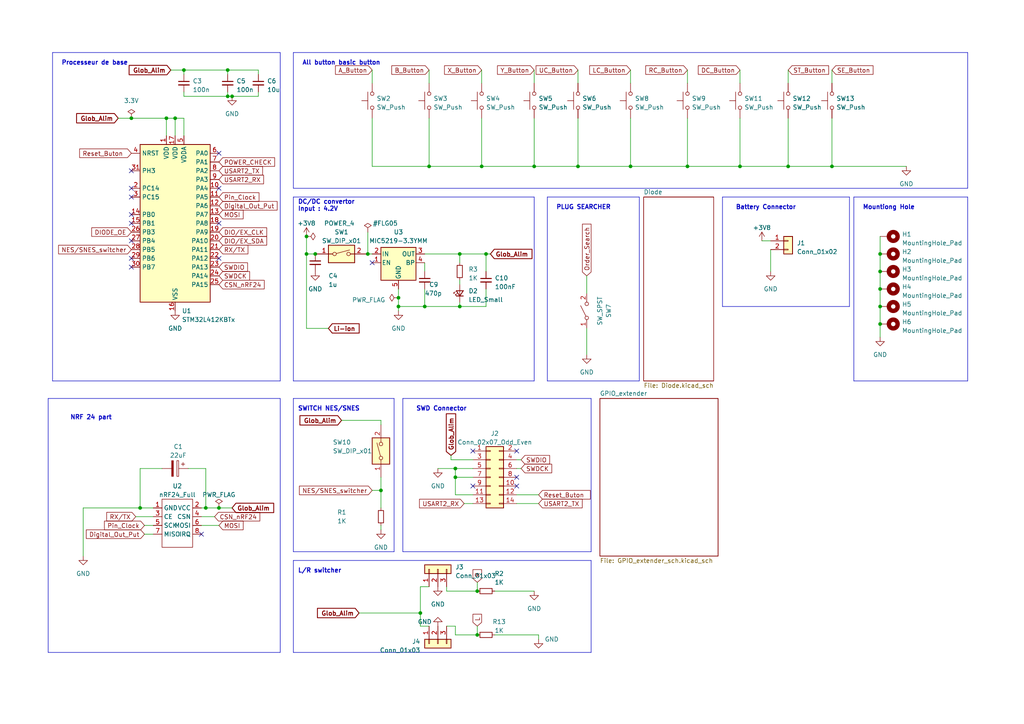
<source format=kicad_sch>
(kicad_sch (version 20230121) (generator eeschema)
  (paper "A4")
  (lib_symbols
    (symbol "Antenna_nRF24_2_4GHz:nRF24_FULL"
      (property "Reference" "U" (at 0 0 0))
      (property "Value" "nRF24_Full" (at 0 0 0))
      (symbol "nRF24_FULL_0_1"
        (rectangle (start -1.27 -1.27) (end 7.62 -15.24))
      )
      (symbol "nRF24_FULL_1_1"
        (pin power_in line (at -3.81 -3.81 0) (length 2.54) (name "GND") (number "1"))
        (pin power_in line (at 10.16 -3.81 180) (length 2.54) (name "VCC") (number "2"))
        (pin input line (at -3.81 -6.35 0) (length 2.54) (name "CE") (number "3"))
        (pin input line (at 10.16 -6.35 180) (length 2.54) (name "CSN") (number "4"))
        (pin input line (at -3.81 -8.89 0) (length 2.54) (name "SCK") (number "5"))
        (pin input line (at 10.16 -8.89 180) (length 2.54) (name "MOSI") (number "6"))
        (pin output line (at -3.81 -11.43 0) (length 2.54) (name "MISO") (number "7"))
        (pin input line (at 10.16 -11.43 180) (length 2.54) (name "IRQ") (number "8"))
      )
    )
    (symbol "Connector_Generic:Conn_01x02" (pin_names (offset 1.016) hide)
      (property "Reference" "J" (at 0 2.54 0))
      (property "Value" "Conn_01x02" (at 0 -5.08 0))
      (symbol "Conn_01x02_1_1"
        (rectangle (start -1.27 -2.413) (end 0 -2.667) (stroke (width 0.1524)))
        (rectangle (start -1.27 0.127) (end 0 -0.127) (stroke (width 0.1524)))
        (rectangle (start -1.27 1.27) (end 1.27 -3.81) (stroke (width 0.254)) (fill (type background)))
        (pin passive line (at -5.08 0 0) (length 3.81) (name "Pin_1") (number "1"))
        (pin passive line (at -5.08 -2.54 0) (length 3.81) (name "Pin_2") (number "2"))
      )
    )
    (symbol "Connector_Generic:Conn_01x03" (pin_names (offset 1.016) hide)
      (property "Reference" "J" (at 0 5.08 0))
      (property "Value" "Conn_01x03" (at 0 -5.08 0))
      (symbol "Conn_01x03_1_1"
        (rectangle (start -1.27 -2.413) (end 0 -2.667) (stroke (width 0.1524)))
        (rectangle (start -1.27 0.127) (end 0 -0.127) (stroke (width 0.1524)))
        (rectangle (start -1.27 2.667) (end 0 2.413) (stroke (width 0.1524)))
        (rectangle (start -1.27 3.81) (end 1.27 -3.81) (stroke (width 0.254)) (fill (type background)))
        (pin passive line (at -5.08 2.54 0) (length 3.81) (name "Pin_1") (number "1"))
        (pin passive line (at -5.08 0 0) (length 3.81) (name "Pin_2") (number "2"))
        (pin passive line (at -5.08 -2.54 0) (length 3.81) (name "Pin_3") (number "3"))
      )
    )
    (symbol "Connector_Generic:Conn_02x07_Odd_Even" (pin_names (offset 1.016) hide)
      (property "Reference" "J" (at 1.27 10.16 0))
      (property "Value" "Conn_02x07_Odd_Even" (at 1.27 -10.16 0))
      (symbol "Conn_02x07_Odd_Even_1_1"
        (rectangle (start -1.27 -7.493) (end 0 -7.747) (stroke (width 0.1524)))
        (rectangle (start -1.27 -4.953) (end 0 -5.207) (stroke (width 0.1524)))
        (rectangle (start -1.27 -2.413) (end 0 -2.667) (stroke (width 0.1524)))
        (rectangle (start -1.27 0.127) (end 0 -0.127) (stroke (width 0.1524)))
        (rectangle (start -1.27 2.667) (end 0 2.413) (stroke (width 0.1524)))
        (rectangle (start -1.27 5.207) (end 0 4.953) (stroke (width 0.1524)))
        (rectangle (start -1.27 7.747) (end 0 7.493) (stroke (width 0.1524)))
        (rectangle (start -1.27 8.89) (end 3.81 -8.89) (stroke (width 0.254)) (fill (type background)))
        (rectangle (start 3.81 -7.493) (end 2.54 -7.747) (stroke (width 0.1524)))
        (rectangle (start 3.81 -4.953) (end 2.54 -5.207) (stroke (width 0.1524)))
        (rectangle (start 3.81 -2.413) (end 2.54 -2.667) (stroke (width 0.1524)))
        (rectangle (start 3.81 0.127) (end 2.54 -0.127) (stroke (width 0.1524)))
        (rectangle (start 3.81 2.667) (end 2.54 2.413) (stroke (width 0.1524)))
        (rectangle (start 3.81 5.207) (end 2.54 4.953) (stroke (width 0.1524)))
        (rectangle (start 3.81 7.747) (end 2.54 7.493) (stroke (width 0.1524)))
        (pin passive line (at -5.08 7.62 0) (length 3.81) (name "Pin_1") (number "1"))
        (pin passive line (at 7.62 -2.54 180) (length 3.81) (name "Pin_10") (number "10"))
        (pin passive line (at -5.08 -5.08 0) (length 3.81) (name "Pin_11") (number "11"))
        (pin passive line (at 7.62 -5.08 180) (length 3.81) (name "Pin_12") (number "12"))
        (pin passive line (at -5.08 -7.62 0) (length 3.81) (name "Pin_13") (number "13"))
        (pin passive line (at 7.62 -7.62 180) (length 3.81) (name "Pin_14") (number "14"))
        (pin passive line (at 7.62 7.62 180) (length 3.81) (name "Pin_2") (number "2"))
        (pin passive line (at -5.08 5.08 0) (length 3.81) (name "Pin_3") (number "3"))
        (pin passive line (at 7.62 5.08 180) (length 3.81) (name "Pin_4") (number "4"))
        (pin passive line (at -5.08 2.54 0) (length 3.81) (name "Pin_5") (number "5"))
        (pin passive line (at 7.62 2.54 180) (length 3.81) (name "Pin_6") (number "6"))
        (pin passive line (at -5.08 0 0) (length 3.81) (name "Pin_7") (number "7"))
        (pin passive line (at 7.62 0 180) (length 3.81) (name "Pin_8") (number "8"))
        (pin passive line (at -5.08 -2.54 0) (length 3.81) (name "Pin_9") (number "9"))
      )
    )
    (symbol "Device:C_Polarized" (pin_numbers hide) (pin_names (offset 0.254))
      (property "Reference" "C" (at 0.635 2.54 0))
      (property "Value" "C_Polarized" (at 0.635 -2.54 0))
      (symbol "C_Polarized_0_1"
        (rectangle (start -2.286 0.508) (end 2.286 1.016))
        (polyline (pts (xy -1.778 2.286) (xy -0.762 2.286)))
        (polyline (pts (xy -1.27 2.794) (xy -1.27 1.778)))
        (rectangle (start 2.286 -0.508) (end -2.286 -1.016) (fill (type outline)))
      )
      (symbol "C_Polarized_1_1"
        (pin passive line (at 0 3.81 270) (length 2.794) (name "~") (number "1"))
        (pin passive line (at 0 -3.81 90) (length 2.794) (name "~") (number "2"))
      )
    )
    (symbol "Device:C_Small" (pin_numbers hide) (pin_names (offset 0.254) hide)
      (property "Reference" "C" (at 0.254 1.778 0))
      (property "Value" "C_Small" (at 0.254 -2.032 0))
      (symbol "C_Small_0_1"
        (polyline (pts (xy -1.524 -0.508) (xy 1.524 -0.508)) (stroke (width 0.3302)))
        (polyline (pts (xy -1.524 0.508) (xy 1.524 0.508)) (stroke (width 0.3048)))
      )
      (symbol "C_Small_1_1"
        (pin passive line (at 0 2.54 270) (length 2.032) (name "~") (number "1"))
        (pin passive line (at 0 -2.54 90) (length 2.032) (name "~") (number "2"))
      )
    )
    (symbol "Device:LED_Small" (pin_numbers hide) (pin_names (offset 0.254) hide)
      (property "Reference" "D" (at -1.27 3.175 0))
      (property "Value" "LED_Small" (at -4.445 -2.54 0))
      (symbol "LED_Small_0_1"
        (polyline (pts (xy -0.762 -1.016) (xy -0.762 1.016)) (stroke (width 0.254)))
        (polyline (pts (xy 1.016 0) (xy -0.762 0)))
        (polyline (pts (xy 0.762 -1.016) (xy -0.762 0) (xy 0.762 1.016) (xy 0.762 -1.016)) (stroke (width 0.254)))
        (polyline (pts (xy 0 0.762) (xy -0.508 1.27) (xy -0.254 1.27) (xy -0.508 1.27) (xy -0.508 1.016)))
        (polyline (pts (xy 0.508 1.27) (xy 0 1.778) (xy 0.254 1.778) (xy 0 1.778) (xy 0 1.524)))
      )
      (symbol "LED_Small_1_1"
        (pin passive line (at -2.54 0 0) (length 1.778) (name "K") (number "1"))
        (pin passive line (at 2.54 0 180) (length 1.778) (name "A") (number "2"))
      )
    )
    (symbol "Device:R_Small" (pin_numbers hide) (pin_names (offset 0.254) hide)
      (property "Reference" "R" (at 0.762 0.508 0))
      (property "Value" "R_Small" (at 0.762 -1.016 0))
      (symbol "R_Small_0_1"
        (rectangle (start -0.762 1.778) (end 0.762 -1.778) (stroke (width 0.2032)))
      )
      (symbol "R_Small_1_1"
        (pin passive line (at 0 2.54 270) (length 0.762) (name "~") (number "1"))
        (pin passive line (at 0 -2.54 90) (length 0.762) (name "~") (number "2"))
      )
    )
    (symbol "MCU_ST_STM32L4:STM32L412KBTx"
      (property "Reference" "U" (at -10.16 24.13 0))
      (property "Value" "STM32L412KBTx" (at 5.08 24.13 0))
      (symbol "STM32L412KBTx_0_1"
        (rectangle (start -10.16 -22.86) (end 10.16 22.86) (stroke (width 0.254)) (fill (type background)))
      )
      (symbol "STM32L412KBTx_1_1"
        (pin power_in line (at -2.54 25.4 270) (length 2.54) (name "VDD") (number "1"))
        (pin bidirectional line (at 12.7 10.16 180) (length 2.54) (name "PA4") (number "10"))
        (pin bidirectional line (at 12.7 7.62 180) (length 2.54) (name "PA5") (number "11"))
        (pin bidirectional line (at 12.7 5.08 180) (length 2.54) (name "PA6") (number "12"))
        (pin bidirectional line (at 12.7 2.54 180) (length 2.54) (name "PA7") (number "13"))
        (pin bidirectional line (at -12.7 2.54 0) (length 2.54) (name "PB0") (number "14"))
        (pin bidirectional line (at -12.7 0 0) (length 2.54) (name "PB1") (number "15"))
        (pin power_in line (at 0 -25.4 90) (length 2.54) (name "VSS") (number "16"))
        (pin power_in line (at 0 25.4 270) (length 2.54) (name "VDD") (number "17"))
        (pin bidirectional line (at 12.7 0 180) (length 2.54) (name "PA8") (number "18"))
        (pin bidirectional line (at 12.7 -2.54 180) (length 2.54) (name "PA9") (number "19"))
        (pin bidirectional line (at -12.7 10.16 0) (length 2.54) (name "PC14") (number "2"))
        (pin bidirectional line (at 12.7 -5.08 180) (length 2.54) (name "PA10") (number "20"))
        (pin bidirectional line (at 12.7 -7.62 180) (length 2.54) (name "PA11") (number "21"))
        (pin bidirectional line (at 12.7 -10.16 180) (length 2.54) (name "PA12") (number "22"))
        (pin bidirectional line (at 12.7 -12.7 180) (length 2.54) (name "PA13") (number "23"))
        (pin bidirectional line (at 12.7 -15.24 180) (length 2.54) (name "PA14") (number "24"))
        (pin bidirectional line (at 12.7 -17.78 180) (length 2.54) (name "PA15") (number "25"))
        (pin bidirectional line (at -12.7 -2.54 0) (length 2.54) (name "PB3") (number "26"))
        (pin bidirectional line (at -12.7 -5.08 0) (length 2.54) (name "PB4") (number "27"))
        (pin bidirectional line (at -12.7 -7.62 0) (length 2.54) (name "PB5") (number "28"))
        (pin bidirectional line (at -12.7 -10.16 0) (length 2.54) (name "PB6") (number "29"))
        (pin bidirectional line (at -12.7 7.62 0) (length 2.54) (name "PC15") (number "3"))
        (pin bidirectional line (at -12.7 -12.7 0) (length 2.54) (name "PB7") (number "30"))
        (pin bidirectional line (at -12.7 15.24 0) (length 2.54) (name "PH3") (number "31"))
        (pin passive line (at 0 -25.4 90) (length 2.54) hide (name "VSS") (number "32"))
        (pin input line (at -12.7 20.32 0) (length 2.54) (name "NRST") (number "4"))
        (pin power_in line (at 2.54 25.4 270) (length 2.54) (name "VDDA") (number "5"))
        (pin bidirectional line (at 12.7 20.32 180) (length 2.54) (name "PA0") (number "6"))
        (pin bidirectional line (at 12.7 17.78 180) (length 2.54) (name "PA1") (number "7"))
        (pin bidirectional line (at 12.7 15.24 180) (length 2.54) (name "PA2") (number "8"))
        (pin bidirectional line (at 12.7 12.7 180) (length 2.54) (name "PA3") (number "9"))
      )
    )
    (symbol "Mechanical:MountingHole_Pad" (pin_numbers hide) (pin_names (offset 1.016) hide)
      (property "Reference" "H" (at 0 6.35 0))
      (property "Value" "MountingHole_Pad" (at 0 4.445 0))
      (symbol "MountingHole_Pad_0_1"
        (circle (center 0 1.27) (radius 1.27) (stroke (width 1.27)))
      )
      (symbol "MountingHole_Pad_1_1"
        (pin input line (at 0 -2.54 90) (length 2.54) (name "1") (number "1"))
      )
    )
    (symbol "Regulator_Linear:MIC5219-3.3YMM" (pin_names (offset 0.254))
      (property "Reference" "U" (at -3.81 5.715 0))
      (property "Value" "MIC5219-3.3YMM" (at 0 5.715 0))
      (symbol "MIC5219-3.3YMM_0_1"
        (rectangle (start -5.08 4.445) (end 5.08 -5.08) (stroke (width 0.254)) (fill (type background)))
      )
      (symbol "MIC5219-3.3YMM_1_1"
        (pin input line (at -7.62 0 0) (length 2.54) (name "EN") (number "1"))
        (pin power_in line (at -7.62 2.54 0) (length 2.54) (name "IN") (number "2"))
        (pin power_out line (at 7.62 2.54 180) (length 2.54) (name "OUT") (number "3"))
        (pin input line (at 7.62 0 180) (length 2.54) (name "BP") (number "4"))
        (pin power_in line (at 0 -7.62 90) (length 2.54) (name "GND") (number "5"))
        (pin passive line (at 0 -7.62 90) (length 2.54) hide (name "GND") (number "6"))
        (pin passive line (at 0 -7.62 90) (length 2.54) hide (name "GND") (number "7"))
        (pin passive line (at 0 -7.62 90) (length 2.54) hide (name "GND") (number "8"))
      )
    )
    (symbol "Switch:SW_DIP_x01" (pin_names (offset 0) hide)
      (property "Reference" "SW" (at 0 3.81 0))
      (property "Value" "SW_DIP_x01" (at 0 -3.81 0))
      (symbol "SW_DIP_x01_0_0"
        (circle (center -2.032 0) (radius 0.508))
        (polyline (pts (xy -1.524 0.127) (xy 2.3622 1.1684)))
        (circle (center 2.032 0) (radius 0.508))
      )
      (symbol "SW_DIP_x01_0_1"
        (rectangle (start -3.81 2.54) (end 3.81 -2.54) (stroke (width 0.254)) (fill (type background)))
      )
      (symbol "SW_DIP_x01_1_1"
        (pin passive line (at -7.62 0 0) (length 5.08) (name "~") (number "1"))
        (pin passive line (at 7.62 0 180) (length 5.08) (name "~") (number "2"))
      )
    )
    (symbol "Switch:SW_Push" (pin_numbers hide) (pin_names (offset 1.016) hide)
      (property "Reference" "SW" (at 1.27 2.54 0))
      (property "Value" "SW_Push" (at 0 -1.524 0))
      (symbol "SW_Push_0_1"
        (circle (center -2.032 0) (radius 0.508))
        (polyline (pts (xy 0 1.27) (xy 0 3.048)))
        (polyline (pts (xy 2.54 1.27) (xy -2.54 1.27)))
        (circle (center 2.032 0) (radius 0.508))
        (pin passive line (at -5.08 0 0) (length 2.54) (name "1") (number "1"))
        (pin passive line (at 5.08 0 180) (length 2.54) (name "2") (number "2"))
      )
    )
    (symbol "Switch:SW_SPST" (pin_names (offset 0) hide)
      (property "Reference" "SW" (at 0 3.175 0))
      (property "Value" "SW_SPST" (at 0 -2.54 0))
      (symbol "SW_SPST_0_0"
        (circle (center -2.032 0) (radius 0.508))
        (polyline (pts (xy -1.524 0.254) (xy 1.524 1.778)))
        (circle (center 2.032 0) (radius 0.508))
      )
      (symbol "SW_SPST_1_1"
        (pin passive line (at -5.08 0 0) (length 2.54) (name "A") (number "1"))
        (pin passive line (at 5.08 0 180) (length 2.54) (name "B") (number "2"))
      )
    )
    (symbol "power:+3V8" (power) (pin_names (offset 0))
      (property "Value" "+3V8" (at 0 3.556 0))
      (symbol "+3V8_0_1"
        (polyline (pts (xy -0.762 1.27) (xy 0 2.54)))
        (polyline (pts (xy 0 0) (xy 0 2.54)))
        (polyline (pts (xy 0 2.54) (xy 0.762 1.27)))
      )
      (symbol "+3V8_1_1"
        (pin power_in line (at 0 0 90) (length 0) hide (name "+3V8") (number "1"))
      )
    )
    (symbol "power:GND" (power) (pin_names (offset 0))
      (property "Value" "GND" (at 0 -3.81 0))
      (symbol "GND_0_1"
        (polyline (pts (xy 0 0) (xy 0 -1.27) (xy 1.27 -1.27) (xy 0 -2.54) (xy -1.27 -1.27) (xy 0 -1.27)))
      )
      (symbol "GND_1_1"
        (pin power_in line (at 0 0 270) (length 0) hide (name "GND") (number "1"))
      )
    )
    (symbol "power:PWR_FLAG" (power) (pin_numbers hide) (pin_names (offset 0) hide)
      (property "Value" "PWR_FLAG" (at 0 3.81 0))
      (symbol "PWR_FLAG_0_0"
        (pin power_out line (at 0 0 90) (length 0) (name "pwr") (number "1"))
      )
      (symbol "PWR_FLAG_0_1"
        (polyline (pts (xy 0 0) (xy 0 1.27) (xy -1.016 1.905) (xy 0 2.54) (xy 1.016 1.905) (xy 0 1.27)))
      )
    )
  )
  (junction (at 133.35 88.9))
  (junction (at 115.57 88.9))
  (junction (at 199.39 48.26))
  (junction (at 132.08 135.89))
  (junction (at 167.64 48.26))
  (junction (at 63.5 147.32))
  (junction (at 40.64 147.32))
  (junction (at 115.57 86.36))
  (junction (at 48.26 34.29))
  (junction (at 255.27 83.82))
  (junction (at 66.04 20.32))
  (junction (at 139.7 48.26))
  (junction (at 154.94 48.26))
  (junction (at 214.63 48.26))
  (junction (at 123.19 88.9))
  (junction (at 255.27 73.66))
  (junction (at 38.1 34.29))
  (junction (at 53.34 20.32))
  (junction (at 255.27 93.98))
  (junction (at 106.68 73.66))
  (junction (at 255.27 78.74))
  (junction (at 59.69 147.32))
  (junction (at 124.46 48.26))
  (junction (at 228.6 48.26))
  (junction (at 110.49 142.24))
  (junction (at 88.9 73.66))
  (junction (at 132.08 138.43))
  (junction (at 255.27 88.9))
  (junction (at 241.3 48.26))
  (junction (at 66.04 27.94))
  (junction (at 138.43 171.45))
  (junction (at 50.8 34.29))
  (junction (at 182.88 48.26))
  (junction (at 91.44 73.66))
  (junction (at 88.9 68.58))
  (junction (at 121.92 177.8))
  (junction (at 133.35 73.66))
  (junction (at 67.31 27.94))
  (junction (at 140.97 73.66))
  (junction (at 138.43 184.15))
  (no_connect (at 107.95 76.2))
  (no_connect (at 149.86 138.43))
  (no_connect (at 38.1 49.53))
  (no_connect (at 149.86 140.97))
  (no_connect (at 137.16 140.97))
  (no_connect (at 149.86 130.81))
  (no_connect (at 38.1 62.23))
  (no_connect (at 38.1 74.93))
  (no_connect (at 38.1 54.61))
  (no_connect (at 58.42 154.94))
  (no_connect (at 63.5 64.77))
  (no_connect (at 63.5 54.61))
  (no_connect (at 137.16 130.81))
  (no_connect (at 38.1 77.47))
  (no_connect (at 38.1 69.85))
  (no_connect (at 38.1 57.15))
  (no_connect (at 38.1 64.77))
  (no_connect (at 63.5 44.45))
  (no_connect (at 63.5 74.93))
  (polyline (pts (xy 15.24 110.49) (xy 81.28 110.49)))
  (wire (pts (xy 53.34 20.32) (xy 53.34 21.59)))
  (wire (pts (xy 139.7 48.26) (xy 124.46 48.26)))
  (polyline (pts (xy 280.67 54.61) (xy 280.67 15.24)))
  (wire (pts (xy 121.92 177.8) (xy 121.92 181.61)))
  (wire (pts (xy 170.18 80.01) (xy 170.18 85.09)))
  (wire (pts (xy 133.35 87.63) (xy 133.35 88.9)))
  (wire (pts (xy 138.43 168.91) (xy 138.43 171.45)))
  (wire (pts (xy 137.16 133.35) (xy 130.81 133.35)))
  (polyline (pts (xy 81.28 110.49) (xy 81.28 15.24)))
  (wire (pts (xy 228.6 34.29) (xy 228.6 48.26)))
  (wire (pts (xy 66.04 21.59) (xy 66.04 20.32)))
  (wire (pts (xy 255.27 93.98) (xy 255.27 97.79)))
  (wire (pts (xy 88.9 68.58) (xy 88.9 73.66)))
  (polyline (pts (xy 209.55 57.15) (xy 209.55 88.9)))
  (wire (pts (xy 133.35 73.66) (xy 133.35 76.2)))
  (polyline (pts (xy 13.97 115.57) (xy 81.28 115.57)))
  (wire (pts (xy 255.27 78.74) (xy 255.27 83.82)))
  (wire (pts (xy 241.3 20.32) (xy 241.3 24.13)))
  (wire (pts (xy 39.37 149.86) (xy 44.45 149.86)))
  (polyline (pts (xy 85.09 110.49) (xy 154.94 110.49)))
  (wire (pts (xy 67.31 147.32) (xy 63.5 147.32)))
  (wire (pts (xy 138.43 184.15) (xy 132.08 184.15)))
  (wire (pts (xy 40.64 147.32) (xy 44.45 147.32)))
  (wire (pts (xy 59.69 135.89) (xy 59.69 147.32)))
  (wire (pts (xy 255.27 73.66) (xy 255.27 78.74)))
  (wire (pts (xy 121.92 170.18) (xy 121.92 177.8)))
  (wire (pts (xy 54.61 135.89) (xy 59.69 135.89)))
  (wire (pts (xy 53.34 27.94) (xy 66.04 27.94)))
  (polyline (pts (xy 280.67 57.15) (xy 280.67 110.49)))
  (wire (pts (xy 74.93 26.67) (xy 74.93 27.94)))
  (polyline (pts (xy 85.09 57.15) (xy 154.94 57.15)))
  (polyline (pts (xy 116.84 160.02) (xy 171.45 160.02)))
  (polyline (pts (xy 81.28 189.23) (xy 13.97 189.23)))
  (wire (pts (xy 88.9 73.66) (xy 88.9 95.25)))
  (wire (pts (xy 63.5 152.4) (xy 58.42 152.4)))
  (wire (pts (xy 143.51 171.45) (xy 154.94 171.45)))
  (wire (pts (xy 154.94 48.26) (xy 139.7 48.26)))
  (polyline (pts (xy 247.65 57.15) (xy 247.65 110.49)))
  (wire (pts (xy 34.29 34.29) (xy 38.1 34.29)))
  (wire (pts (xy 214.63 20.32) (xy 214.63 24.13)))
  (wire (pts (xy 214.63 34.29) (xy 214.63 48.26)))
  (polyline (pts (xy 114.3 115.57) (xy 114.3 160.02)))
  (wire (pts (xy 53.34 34.29) (xy 53.34 39.37)))
  (wire (pts (xy 124.46 48.26) (xy 107.95 48.26)))
  (wire (pts (xy 49.53 20.32) (xy 53.34 20.32)))
  (wire (pts (xy 132.08 143.51) (xy 137.16 143.51)))
  (wire (pts (xy 121.92 170.18) (xy 124.46 170.18)))
  (wire (pts (xy 40.64 135.89) (xy 40.64 147.32)))
  (wire (pts (xy 154.94 48.26) (xy 167.64 48.26)))
  (wire (pts (xy 63.5 147.32) (xy 59.69 147.32)))
  (wire (pts (xy 156.21 184.15) (xy 156.21 185.42)))
  (wire (pts (xy 138.43 184.15) (xy 138.43 181.61)))
  (wire (pts (xy 74.93 21.59) (xy 74.93 20.32)))
  (polyline (pts (xy 85.09 15.24) (xy 280.67 15.24)))
  (wire (pts (xy 124.46 20.32) (xy 124.46 24.13)))
  (wire (pts (xy 121.92 181.61) (xy 124.46 181.61)))
  (polyline (pts (xy 85.09 162.56) (xy 171.45 162.56)))
  (wire (pts (xy 129.54 171.45) (xy 138.43 171.45)))
  (polyline (pts (xy 114.3 160.02) (xy 85.09 160.02)))
  (wire (pts (xy 132.08 184.15) (xy 132.08 181.61)))
  (wire (pts (xy 62.23 149.86) (xy 58.42 149.86)))
  (wire (pts (xy 133.35 88.9) (xy 140.97 88.9)))
  (wire (pts (xy 140.97 78.74) (xy 140.97 73.66)))
  (wire (pts (xy 24.13 147.32) (xy 40.64 147.32)))
  (wire (pts (xy 132.08 135.89) (xy 132.08 138.43)))
  (wire (pts (xy 48.26 34.29) (xy 48.26 39.37)))
  (wire (pts (xy 255.27 83.82) (xy 255.27 88.9)))
  (polyline (pts (xy 15.24 15.24) (xy 81.28 15.24)))
  (polyline (pts (xy 13.97 115.57) (xy 13.97 189.23)))
  (wire (pts (xy 41.91 154.94) (xy 44.45 154.94)))
  (polyline (pts (xy 158.75 57.15) (xy 158.75 110.49)))
  (polyline (pts (xy 85.09 57.15) (xy 85.09 110.49)))
  (wire (pts (xy 132.08 138.43) (xy 132.08 143.51)))
  (wire (pts (xy 151.13 135.89) (xy 149.86 135.89)))
  (wire (pts (xy 123.19 88.9) (xy 133.35 88.9)))
  (wire (pts (xy 199.39 20.32) (xy 199.39 24.13)))
  (wire (pts (xy 139.7 20.32) (xy 139.7 24.13)))
  (polyline (pts (xy 85.09 162.56) (xy 85.09 189.23)))
  (polyline (pts (xy 280.67 110.49) (xy 247.65 110.49)))
  (wire (pts (xy 133.35 81.28) (xy 133.35 82.55)))
  (wire (pts (xy 123.19 76.2) (xy 123.19 78.74)))
  (wire (pts (xy 124.46 34.29) (xy 124.46 48.26)))
  (wire (pts (xy 129.54 181.61) (xy 132.08 181.61)))
  (wire (pts (xy 132.08 135.89) (xy 137.16 135.89)))
  (wire (pts (xy 115.57 88.9) (xy 115.57 90.17)))
  (polyline (pts (xy 246.38 57.15) (xy 246.38 88.9)))
  (wire (pts (xy 123.19 73.66) (xy 133.35 73.66)))
  (wire (pts (xy 182.88 34.29) (xy 182.88 48.26)))
  (wire (pts (xy 41.91 152.4) (xy 44.45 152.4)))
  (wire (pts (xy 38.1 34.29) (xy 48.26 34.29)))
  (wire (pts (xy 220.98 69.85) (xy 223.52 69.85)))
  (wire (pts (xy 140.97 73.66) (xy 142.24 73.66)))
  (wire (pts (xy 151.13 133.35) (xy 149.86 133.35)))
  (wire (pts (xy 134.62 146.05) (xy 137.16 146.05)))
  (polyline (pts (xy 116.84 115.57) (xy 171.45 115.57)))
  (wire (pts (xy 228.6 48.26) (xy 214.63 48.26)))
  (wire (pts (xy 241.3 34.29) (xy 241.3 48.26)))
  (polyline (pts (xy 85.09 15.24) (xy 85.09 54.61)))
  (polyline (pts (xy 158.75 57.15) (xy 185.42 57.15)))
  (wire (pts (xy 182.88 20.32) (xy 182.88 24.13)))
  (wire (pts (xy 133.35 73.66) (xy 140.97 73.66)))
  (wire (pts (xy 46.99 135.89) (xy 40.64 135.89)))
  (wire (pts (xy 50.8 34.29) (xy 53.34 34.29)))
  (wire (pts (xy 110.49 121.92) (xy 110.49 123.19)))
  (wire (pts (xy 88.9 73.66) (xy 91.44 73.66)))
  (wire (pts (xy 199.39 34.29) (xy 199.39 48.26)))
  (wire (pts (xy 140.97 83.82) (xy 140.97 88.9)))
  (wire (pts (xy 107.95 34.29) (xy 107.95 48.26)))
  (wire (pts (xy 110.49 152.4) (xy 110.49 153.67)))
  (polyline (pts (xy 15.24 15.24) (xy 15.24 110.49)))
  (wire (pts (xy 255.27 68.58) (xy 255.27 73.66)))
  (wire (pts (xy 110.49 142.24) (xy 110.49 138.43)))
  (polyline (pts (xy 85.09 54.61) (xy 280.67 54.61)))
  (wire (pts (xy 110.49 121.92) (xy 99.06 121.92)))
  (wire (pts (xy 115.57 86.36) (xy 115.57 88.9)))
  (wire (pts (xy 107.95 142.24) (xy 110.49 142.24)))
  (wire (pts (xy 107.95 20.32) (xy 107.95 24.13)))
  (wire (pts (xy 139.7 34.29) (xy 139.7 48.26)))
  (wire (pts (xy 127 135.89) (xy 132.08 135.89)))
  (polyline (pts (xy 85.09 189.23) (xy 171.45 189.23)))
  (wire (pts (xy 24.13 147.32) (xy 24.13 161.29)))
  (wire (pts (xy 156.21 146.05) (xy 149.86 146.05)))
  (wire (pts (xy 228.6 20.32) (xy 228.6 24.13)))
  (wire (pts (xy 228.6 48.26) (xy 241.3 48.26)))
  (polyline (pts (xy 154.94 110.49) (xy 154.94 57.15)))
  (wire (pts (xy 167.64 34.29) (xy 167.64 48.26)))
  (polyline (pts (xy 246.38 88.9) (xy 209.55 88.9)))
  (polyline (pts (xy 85.09 115.57) (xy 85.09 160.02)))
  (wire (pts (xy 167.64 20.32) (xy 167.64 24.13)))
  (wire (pts (xy 66.04 27.94) (xy 66.04 26.67)))
  (wire (pts (xy 50.8 34.29) (xy 50.8 39.37)))
  (polyline (pts (xy 171.45 189.23) (xy 171.45 162.56)))
  (wire (pts (xy 48.26 34.29) (xy 50.8 34.29)))
  (wire (pts (xy 123.19 83.82) (xy 123.19 88.9)))
  (wire (pts (xy 182.88 48.26) (xy 167.64 48.26)))
  (wire (pts (xy 129.54 170.18) (xy 129.54 171.45)))
  (wire (pts (xy 132.08 138.43) (xy 137.16 138.43)))
  (wire (pts (xy 67.31 27.94) (xy 74.93 27.94)))
  (wire (pts (xy 262.89 48.26) (xy 241.3 48.26)))
  (polyline (pts (xy 185.42 57.15) (xy 185.42 110.49)))
  (wire (pts (xy 74.93 20.32) (xy 66.04 20.32)))
  (polyline (pts (xy 171.45 160.02) (xy 171.45 115.57)))
  (wire (pts (xy 66.04 27.94) (xy 67.31 27.94)))
  (polyline (pts (xy 209.55 57.15) (xy 246.38 57.15)))
  (polyline (pts (xy 185.42 110.49) (xy 158.75 110.49)))
  (wire (pts (xy 154.94 34.29) (xy 154.94 48.26)))
  (wire (pts (xy 106.68 73.66) (xy 107.95 73.66)))
  (wire (pts (xy 199.39 48.26) (xy 182.88 48.26)))
  (wire (pts (xy 214.63 48.26) (xy 199.39 48.26)))
  (wire (pts (xy 123.19 88.9) (xy 115.57 88.9)))
  (polyline (pts (xy 247.65 57.15) (xy 280.67 57.15)))
  (wire (pts (xy 53.34 20.32) (xy 66.04 20.32)))
  (polyline (pts (xy 116.84 115.57) (xy 116.84 160.02)))
  (wire (pts (xy 170.18 95.25) (xy 170.18 102.87)))
  (wire (pts (xy 154.94 20.32) (xy 154.94 24.13)))
  (wire (pts (xy 115.57 83.82) (xy 115.57 86.36)))
  (wire (pts (xy 59.69 147.32) (xy 58.42 147.32)))
  (wire (pts (xy 110.49 147.32) (xy 110.49 142.24)))
  (polyline (pts (xy 81.28 115.57) (xy 81.28 189.23)))
  (wire (pts (xy 130.81 133.35) (xy 130.81 132.08)))
  (wire (pts (xy 156.21 184.15) (xy 143.51 184.15)))
  (wire (pts (xy 53.34 26.67) (xy 53.34 27.94)))
  (wire (pts (xy 88.9 95.25) (xy 95.25 95.25)))
  (wire (pts (xy 156.21 143.51) (xy 149.86 143.51)))
  (wire (pts (xy 223.52 72.39) (xy 223.52 78.74)))
  (wire (pts (xy 255.27 88.9) (xy 255.27 93.98)))
  (wire (pts (xy 104.14 177.8) (xy 121.92 177.8)))
  (wire (pts (xy 106.68 67.31) (xy 106.68 73.66)))
  (polyline (pts (xy 85.09 115.57) (xy 114.3 115.57)))
  (text "NRF 24 part\n" (at 20.32 121.92 0) (effects (font (size 1.27 1.27) bold) (justify left bottom)))
  (text "Battery Connector" (at 213.36 60.96 0) (effects (font (size 1.27 1.27) (thickness 0.254) bold) (justify left bottom)))
  (text "Processeur de base" (at 17.78 19.05 0) (effects (font (size 1.27 1.27) (thickness 0.254) bold) (justify left bottom)))
  (text "DC/DC convertor\nInput : 4.2V\n\n" (at 86.36 63.5 0) (effects (font (size 1.27 1.27) bold) (justify left bottom)))
  (text "PLUG SEARCHER" (at 161.29 60.96 0) (effects (font (size 1.27 1.27) (thickness 0.254) bold) (justify left bottom)))
  (text "SWD Connector" (at 120.65 119.38 0) (effects (font (size 1.27 1.27) (thickness 0.254) bold) (justify left bottom)))
  (text "L/R switcher" (at 86.36 166.37 0) (effects (font (size 1.27 1.27) (thickness 0.254) bold) (justify left bottom)))
  (text "All button basic button\n" (at 87.63 19.05 0) (effects (font (size 1.27 1.27) bold) (justify left bottom)))
  (text "SWITCH NES/SNES" (at 86.36 119.38 0) (effects (font (size 1.27 1.27) (thickness 0.254) bold) (justify left bottom)))
  (text "Mountiong Hole" (at 250.19 60.96 0) (effects (font (size 1.27 1.27) bold) (justify left bottom)))
  (global_label "R" (shape input) (at 138.43 168.91 90) (property "Intersheetrefs" "${INTERSHEET_REFS}" (effects hide)))
  (global_label "SWDCK" (shape input) (at 63.5 80.01 0) (property "Intersheetrefs" "${INTERSHEET_REFS}" (effects hide)))
  (global_label "LC_Button" (shape input) (at 182.88 20.32 180) (property "Intersheetrefs" "${INTERSHEET_REFS}" (effects hide)))
  (global_label "Glob_Alim" (shape input) (at 130.81 132.08 90) (effects (font bold)) (property "Intersheetrefs" "${INTERSHEET_REFS}" (effects hide)))
  (global_label "Glob_Alim" (shape input) (at 49.53 20.32 180) (effects (font bold)) (property "Intersheetrefs" "${INTERSHEET_REFS}" (effects hide)))
  (global_label "Li-ion" (shape input) (at 95.25 95.25 0) (effects (font bold)) (property "Intersheetrefs" "${INTERSHEET_REFS}" (effects hide)))
  (global_label "ST_Button" (shape input) (at 228.6 20.32 0) (property "Intersheetrefs" "${INTERSHEET_REFS}" (effects hide)))
  (global_label "Reset_Buton " (shape input) (at 156.21 143.51 0) (property "Intersheetrefs" "${INTERSHEET_REFS}" (effects hide)))
  (global_label "Glob_Alim" (shape input) (at 99.06 121.92 180) (effects (font bold)) (property "Intersheetrefs" "${INTERSHEET_REFS}" (effects hide)))
  (global_label "Glob_Alim" (shape input) (at 104.14 177.8 180) (effects (font bold)) (property "Intersheetrefs" "${INTERSHEET_REFS}" (effects hide)))
  (global_label "MOSI" (shape input) (at 63.5 62.23 0) (property "Intersheetrefs" "${INTERSHEET_REFS}" (effects hide)))
  (global_label "RX{slash}TX" (shape input) (at 39.37 149.86 180) (property "Intersheetrefs" "${INTERSHEET_REFS}" (effects hide)))
  (global_label "SWDCK" (shape input) (at 151.13 135.89 0) (property "Intersheetrefs" "${INTERSHEET_REFS}" (effects hide)))
  (global_label "DIODE_OE" (shape input) (at 38.1 67.31 180) (property "Intersheetrefs" "${INTERSHEET_REFS}" (effects hide)))
  (global_label "B_Button" (shape input) (at 124.46 20.32 180) (property "Intersheetrefs" "${INTERSHEET_REFS}" (effects hide)))
  (global_label "Pin_Clock" (shape input) (at 63.5 57.15 0) (property "Intersheetrefs" "${INTERSHEET_REFS}" (effects hide)))
  (global_label "Glob_Alim" (shape input) (at 34.29 34.29 180) (effects (font bold)) (property "Intersheetrefs" "${INTERSHEET_REFS}" (effects hide)))
  (global_label "USART2_RX" (shape input) (at 134.62 146.05 180) (property "Intersheetrefs" "${INTERSHEET_REFS}" (effects hide)))
  (global_label "USART2_TX" (shape input) (at 156.21 146.05 0) (property "Intersheetrefs" "${INTERSHEET_REFS}" (effects hide)))
  (global_label "Pin_Clock" (shape input) (at 41.91 152.4 180) (property "Intersheetrefs" "${INTERSHEET_REFS}" (effects hide)))
  (global_label "USART2_RX" (shape input) (at 63.5 52.07 0) (property "Intersheetrefs" "${INTERSHEET_REFS}" (effects hide)))
  (global_label "SWDIO" (shape input) (at 63.5 77.47 0) (property "Intersheetrefs" "${INTERSHEET_REFS}" (effects hide)))
  (global_label "Glob_Alim" (shape input) (at 67.31 147.32 0) (effects (font bold)) (property "Intersheetrefs" "${INTERSHEET_REFS}" (effects hide)))
  (global_label "Order_Search" (shape input) (at 170.18 80.01 90) (property "Intersheetrefs" "${INTERSHEET_REFS}" (effects hide)))
  (global_label "SWDIO" (shape input) (at 151.13 133.35 0) (property "Intersheetrefs" "${INTERSHEET_REFS}" (effects hide)))
  (global_label "UC_Button" (shape input) (at 167.64 20.32 180) (property "Intersheetrefs" "${INTERSHEET_REFS}" (effects hide)))
  (global_label "POWER_CHECK" (shape input) (at 63.5 46.99 0) (property "Intersheetrefs" "${INTERSHEET_REFS}" (effects hide)))
  (global_label "DC_Button" (shape input) (at 214.63 20.32 180) (property "Intersheetrefs" "${INTERSHEET_REFS}" (effects hide)))
  (global_label "Y_Button" (shape input) (at 154.94 20.32 180) (property "Intersheetrefs" "${INTERSHEET_REFS}" (effects hide)))
  (global_label "Digital_Out_Put" (shape input) (at 41.91 154.94 180) (property "Intersheetrefs" "${INTERSHEET_REFS}" (effects hide)))
  (global_label "Glob_Alim" (shape input) (at 142.24 73.66 0) (effects (font bold)) (property "Intersheetrefs" "${INTERSHEET_REFS}" (effects hide)))
  (global_label "DIO{slash}EX_SDA" (shape input) (at 63.5 69.85 0) (property "Intersheetrefs" "${INTERSHEET_REFS}" (effects hide)))
  (global_label "L" (shape input) (at 138.43 181.61 90) (property "Intersheetrefs" "${INTERSHEET_REFS}" (effects hide)))
  (global_label "CSN_nRF24" (shape input) (at 63.5 82.55 0) (property "Intersheetrefs" "${INTERSHEET_REFS}" (effects hide)))
  (global_label "Reset_Buton " (shape input) (at 38.1 44.45 180) (property "Intersheetrefs" "${INTERSHEET_REFS}" (effects hide)))
  (global_label "RC_Button" (shape input) (at 199.39 20.32 180) (property "Intersheetrefs" "${INTERSHEET_REFS}" (effects hide)))
  (global_label "DIO{slash}EX_CLK" (shape input) (at 63.5 67.31 0) (property "Intersheetrefs" "${INTERSHEET_REFS}" (effects hide)))
  (global_label "MOSI" (shape input) (at 63.5 152.4 0) (property "Intersheetrefs" "${INTERSHEET_REFS}" (effects hide)))
  (global_label "USART2_TX" (shape input) (at 63.5 49.53 0) (property "Intersheetrefs" "${INTERSHEET_REFS}" (effects hide)))
  (global_label "NES{slash}SNES_switcher" (shape input) (at 107.95 142.24 180) (property "Intersheetrefs" "${INTERSHEET_REFS}" (effects hide)))
  (global_label "SE_Button" (shape input) (at 241.3 20.32 0) (property "Intersheetrefs" "${INTERSHEET_REFS}" (effects hide)))
  (global_label "CSN_nRF24" (shape input) (at 62.23 149.86 0) (property "Intersheetrefs" "${INTERSHEET_REFS}" (effects hide)))
  (global_label "RX{slash}TX" (shape input) (at 63.5 72.39 0) (property "Intersheetrefs" "${INTERSHEET_REFS}" (effects hide)))
  (global_label "NES{slash}SNES_switcher" (shape input) (at 38.1 72.39 180) (property "Intersheetrefs" "${INTERSHEET_REFS}" (effects hide)))
  (global_label "A_Button" (shape input) (at 107.95 20.32 180) (property "Intersheetrefs" "${INTERSHEET_REFS}" (effects hide)))
  (global_label "X_Button" (shape input) (at 139.7 20.32 180) (property "Intersheetrefs" "${INTERSHEET_REFS}" (effects hide)))
  (global_label "Digital_Out_Put" (shape input) (at 63.5 59.69 0) (property "Intersheetrefs" "${INTERSHEET_REFS}" (effects hide)))
  (symbol (lib_id "Device:R_Small") (at 133.35 78.74 0) (unit 1)
    (property "Reference" "R3" (at 135.89 78.105 0) (effects (justify left)))
    (property "Value" "1K" (at 135.89 80.645 0) (effects (justify left)))
    (property "Footprint" "Resistor_SMD:R_0603_1608Metric_Pad0.98x0.95mm_HandSolder" (effects hide))
  )
  (symbol (lib_id "power:GND") (at 24.13 161.29 0) (unit 1)
    (property "Reference" "#PWR01" (effects hide))
    (property "Value" "GND" (at 24.13 166.37 0))
  )
  (symbol (lib_id "Switch:SW_Push") (at 154.94 29.21 90) (unit 1)
    (property "Reference" "SW5" (at 156.21 28.575 90) (effects (justify right)))
    (property "Value" "SW_Push" (at 156.21 31.115 90) (effects (justify right)))
    (property "Footprint" "Button_Switch_SMD:SW_SPST_B3S-1000" (effects hide))
  )
  (symbol (lib_id "Device:C_Small") (at 123.19 81.28 0) (unit 1)
    (property "Reference" "C9" (at 124.46 82.55 0) (effects (justify left)))
    (property "Value" "470p" (at 123.19 85.09 0) (effects (justify left)))
    (property "Footprint" "Capacitor_SMD:C_0603_1608Metric_Pad1.08x0.95mm_HandSolder" (effects hide))
  )
  (symbol (lib_id "Mechanical:MountingHole_Pad") (at 257.81 88.9 270) (unit 1)
    (property "Reference" "H5" (at 261.62 88.265 90) (effects (justify left)))
    (property "Value" "MountingHole_Pad" (at 261.62 90.805 90) (effects (justify left)))
    (property "Footprint" "MountingHole:MountingHole_3.2mm_M3_DIN965_Pad" (effects hide))
  )
  (symbol (lib_id "Mechanical:MountingHole_Pad") (at 257.81 93.98 270) (unit 1)
    (property "Reference" "H6" (at 261.62 93.345 90) (effects (justify left)))
    (property "Value" "MountingHole_Pad" (at 261.62 95.885 90) (effects (justify left)))
    (property "Footprint" "MountingHole:MountingHole_3.2mm_M3_DIN965_Pad" (effects hide))
  )
  (symbol (lib_id "power:GND") (at 127 135.89 0) (unit 1)
    (property "Reference" "#PWR04" (effects hide))
    (property "Value" "GND" (at 127 140.97 0))
  )
  (symbol (lib_id "power:+3V8") (at 88.9 68.58 0) (unit 1)
    (property "Reference" "#PWR021" (effects hide))
    (property "Value" "+3V8" (at 88.9 64.77 0))
  )
  (symbol (lib_id "Device:LED_Small") (at 133.35 85.09 90) (unit 1)
    (property "Reference" "D2" (at 135.89 84.3915 90) (effects (justify right)))
    (property "Value" "LED_Small" (at 135.89 86.9315 90) (effects (justify right)))
    (property "Footprint" "LED_SMD:LED_0603_1608Metric_Pad1.05x0.95mm_HandSolder" (effects hide))
  )
  (symbol (lib_id "Connector_Generic:Conn_01x03") (at 127 165.1 90) (unit 1)
    (property "Reference" "J3" (at 132.08 164.465 90) (effects (justify right)))
    (property "Value" "Conn_01x03" (at 132.08 167.005 90) (effects (justify right)))
    (property "Footprint" "Connector_JST:JST_XH_B3B-XH-A_1x03_P2.50mm_Vertical" (effects hide))
  )
  (symbol (lib_id "power:GND") (at 262.89 48.26 0) (unit 1)
    (property "Reference" "#PWR018" (effects hide))
    (property "Value" "GND" (at 262.89 53.34 0))
  )
  (symbol (lib_id "Switch:SW_Push") (at 139.7 29.21 90) (unit 1)
    (property "Reference" "SW4" (at 140.97 28.575 90) (effects (justify right)))
    (property "Value" "SW_Push" (at 140.97 31.115 90) (effects (justify right)))
    (property "Footprint" "Button_Switch_SMD:SW_SPST_B3S-1000" (effects hide))
  )
  (symbol (lib_id "power:GND") (at 170.18 102.87 0) (unit 1)
    (property "Reference" "#PWR011" (effects hide))
    (property "Value" "GND" (at 170.18 107.95 0))
  )
  (symbol (lib_id "power:GND") (at 156.21 185.42 0) (unit 1)
    (property "Reference" "#PWR019" (effects hide))
    (property "Value" "GND" (at 160.02 185.42 0))
  )
  (symbol (lib_id "Mechanical:MountingHole_Pad") (at 257.81 78.74 270) (unit 1)
    (property "Reference" "H3" (at 261.62 78.105 90) (effects (justify left)))
    (property "Value" "MountingHole_Pad" (at 261.62 80.645 90) (effects (justify left)))
    (property "Footprint" "MountingHole:MountingHole_3.2mm_M3_DIN965_Pad" (effects hide))
  )
  (symbol (lib_id "Connector_Generic:Conn_01x02") (at 228.6 69.85 0) (unit 1)
    (property "Reference" "J1" (at 231.14 70.485 0) (effects (justify left)))
    (property "Value" "Conn_01x02" (at 231.14 73.025 0) (effects (justify left)))
    (property "Footprint" "Connector_JST:JST_XH_B2B-XH-A_1x02_P2.50mm_Vertical" (effects hide))
  )
  (symbol (lib_id "Device:C_Small") (at 91.44 76.2 0) (unit 1)
    (property "Reference" "C4" (at 95.25 80.01 0) (effects (justify left)))
    (property "Value" "1u" (at 95.25 82.55 0) (effects (justify left)))
    (property "Footprint" "Capacitor_SMD:C_0603_1608Metric_Pad1.08x0.95mm_HandSolder" (effects hide))
  )
  (symbol (lib_id "Device:C_Small") (at 74.93 24.13 0) (unit 1)
    (property "Reference" "C6" (at 77.47 23.5013 0) (effects (justify left)))
    (property "Value" "10u" (at 77.47 26.0413 0) (effects (justify left)))
    (property "Footprint" "Capacitor_SMD:C_0603_1608Metric_Pad1.08x0.95mm_HandSolder" (effects hide))
  )
  (symbol (lib_id "Switch:SW_Push") (at 228.6 29.21 90) (unit 1)
    (property "Reference" "SW12" (at 229.87 28.575 90) (effects (justify right)))
    (property "Value" "SW_Push" (at 229.87 31.115 90) (effects (justify right)))
    (property "Footprint" "Button_Switch_SMD:SW_SPST_B3S-1000" (effects hide))
  )
  (symbol (lib_id "Switch:SW_DIP_x01") (at 99.06 73.66 0) (unit 1)
    (property "Reference" "SW1" (at 99.06 67.31 0))
    (property "Value" "SW_DIP_x01" (at 99.06 69.85 0))
    (property "Footprint" "Button_Switch_SMD:SW_DIP_SPSTx01_Slide_Copal_CHS-01B_W7.62mm_P1.27mm" (effects hide))
  )
  (symbol (lib_id "power:GND") (at 67.31 27.94 0) (unit 1)
    (property "Reference" "#PWR022" (effects hide))
    (property "Value" "GND" (at 67.31 33.02 0))
  )
  (symbol (lib_id "power:PWR_FLAG") (at 38.1 34.29 0) (unit 1)
    (property "Reference" "#FLG02" (effects hide))
    (property "Value" "3.3V" (at 38.1 29.21 0))
  )
  (symbol (lib_id "Device:R_Small") (at 140.97 184.15 90) (unit 1)
    (property "Reference" "R13" (at 144.78 180.34 90))
    (property "Value" "1K" (at 144.78 182.88 90))
    (property "Footprint" "Resistor_SMD:R_0603_1608Metric_Pad0.98x0.95mm_HandSolder" (effects hide))
  )
  (symbol (lib_id "power:GND") (at 154.94 171.45 0) (unit 1)
    (property "Reference" "#PWR014" (effects hide))
    (property "Value" "GND" (at 154.94 176.53 0))
  )
  (symbol (lib_id "Mechanical:MountingHole_Pad") (at 257.81 83.82 270) (unit 1)
    (property "Reference" "H4" (at 261.62 83.185 90) (effects (justify left)))
    (property "Value" "MountingHole_Pad" (at 261.62 85.725 90) (effects (justify left)))
    (property "Footprint" "MountingHole:MountingHole_3.2mm_M3_DIN965_Pad" (effects hide))
  )
  (symbol (lib_id "Device:C_Polarized") (at 50.8 135.89 270) (unit 1)
    (property "Reference" "C1" (at 51.689 129.54 90))
    (property "Value" "22uF" (at 51.689 132.08 90))
    (property "Footprint" "Capacitor_SMD:CP_Elec_5x5.4" (effects hide))
  )
  (symbol (lib_id "Device:C_Small") (at 66.04 24.13 0) (unit 1)
    (property "Reference" "C5" (at 68.58 23.5013 0) (effects (justify left)))
    (property "Value" "100n" (at 68.58 26.0413 0) (effects (justify left)))
    (property "Footprint" "Capacitor_SMD:C_0603_1608Metric_Pad1.08x0.95mm_HandSolder" (effects hide))
  )
  (symbol (lib_id "power:GND") (at 91.44 78.74 0) (unit 1)
    (property "Reference" "#PWR05" (effects hide))
    (property "Value" "GND" (at 91.44 83.82 0))
  )
  (symbol (lib_id "Switch:SW_Push") (at 107.95 29.21 90) (unit 1)
    (property "Reference" "SW2" (at 109.22 28.575 90) (effects (justify right)))
    (property "Value" "SW_Push" (at 109.22 31.115 90) (effects (justify right)))
    (property "Footprint" "Button_Switch_SMD:SW_SPST_B3S-1000" (effects hide))
  )
  (symbol (lib_id "power:PWR_FLAG") (at 106.68 67.31 0) (unit 1)
    (property "Reference" "#FLG05" (at 111.76 64.77 0))
    (property "Value" "3.8V" (effects hide))
  )
  (symbol (lib_id "power:GND") (at 50.8 90.17 0) (unit 1)
    (property "Reference" "#PWR02" (effects hide))
    (property "Value" "GND" (at 50.8 95.25 0))
  )
  (symbol (lib_id "Antenna_nRF24_2_4GHz:nRF24_FULL") (at 48.26 143.51 0) (unit 1)
    (property "Reference" "U2" (at 51.435 140.97 0))
    (property "Value" "nRF24_Full" (at 51.435 143.51 0))
    (property "Footprint" "Connector_PinHeader_2.54mm:PinHeader_2x04_P2.54mm_Vertical" (effects hide))
  )
  (symbol (lib_id "Switch:SW_Push") (at 214.63 29.21 90) (unit 1)
    (property "Reference" "SW11" (at 215.9 28.575 90) (effects (justify right)))
    (property "Value" "SW_Push" (at 215.9 31.115 90) (effects (justify right)))
    (property "Footprint" "Button_Switch_SMD:SW_SPST_B3S-1000" (effects hide))
  )
  (symbol (lib_id "Device:C_Small") (at 53.34 24.13 0) (unit 1)
    (property "Reference" "C3" (at 55.88 23.5013 0) (effects (justify left)))
    (property "Value" "100n" (at 55.88 26.0413 0) (effects (justify left)))
    (property "Footprint" "Capacitor_SMD:C_0603_1608Metric_Pad1.08x0.95mm_HandSolder" (effects hide))
  )
  (symbol (lib_id "Switch:SW_SPST") (at 170.18 90.17 90) (unit 1)
    (property "Reference" "SW7" (at 176.53 90.17 0))
    (property "Value" "SW_SPST" (at 173.99 90.17 0))
    (property "Footprint" "Button_Switch_SMD:SW_SPST_B3S-1000" (effects hide))
  )
  (symbol (lib_id "power:GND") (at 110.49 153.67 0) (unit 1)
    (property "Reference" "#PWR03" (effects hide))
    (property "Value" "GND" (at 110.49 158.75 0))
  )
  (symbol (lib_id "Switch:SW_Push") (at 241.3 29.21 90) (unit 1)
    (property "Reference" "SW13" (at 242.57 28.575 90) (effects (justify right)))
    (property "Value" "SW_Push" (at 242.57 31.115 90) (effects (justify right)))
    (property "Footprint" "Button_Switch_SMD:SW_SPST_B3S-1000" (effects hide))
  )
  (symbol (lib_id "power:+3V8") (at 220.98 69.85 0) (unit 1)
    (property "Reference" "#PWR015" (effects hide))
    (property "Value" "+3V8" (at 220.98 66.04 0))
  )
  (symbol (lib_id "power:GND") (at 127 170.18 0) (unit 1)
    (property "Reference" "#PWR09" (effects hide))
    (property "Value" "GND" (at 127 175.26 0))
  )
  (symbol (lib_id "Switch:SW_Push") (at 124.46 29.21 90) (unit 1)
    (property "Reference" "SW3" (at 125.73 28.575 90) (effects (justify right)))
    (property "Value" "SW_Push" (at 125.73 31.115 90) (effects (justify right)))
    (property "Footprint" "Button_Switch_SMD:SW_SPST_B3S-1000" (effects hide))
  )
  (symbol (lib_id "power:GND") (at 115.57 90.17 0) (unit 1)
    (property "Reference" "#PWR07" (effects hide))
    (property "Value" "GND" (at 115.57 95.25 0))
  )
  (symbol (lib_id "Switch:SW_DIP_x01") (at 110.49 130.81 90) (unit 1)
    (property "Reference" "SW10" (at 96.52 128.27 90) (effects (justify right)))
    (property "Value" "SW_DIP_x01" (at 96.52 130.81 90) (effects (justify right)))
    (property "Footprint" "Button_Switch_SMD:SW_DIP_SPSTx01_Slide_Copal_CHS-01B_W7.62mm_P1.27mm" (effects hide))
  )
  (symbol (lib_id "Device:R_Small") (at 140.97 171.45 90) (unit 1)
    (property "Reference" "R2" (at 144.78 166.37 90))
    (property "Value" "1K" (at 144.78 168.91 90))
    (property "Footprint" "Resistor_SMD:R_0603_1608Metric_Pad0.98x0.95mm_HandSolder" (effects hide))
  )
  (symbol (lib_id "Switch:SW_Push") (at 167.64 29.21 90) (unit 1)
    (property "Reference" "SW6" (at 168.91 28.575 90) (effects (justify right)))
    (property "Value" "SW_Push" (at 168.91 31.115 90) (effects (justify right)))
    (property "Footprint" "Button_Switch_SMD:SW_SPST_B3S-1000" (effects hide))
  )
  (symbol (lib_id "Mechanical:MountingHole_Pad") (at 257.81 73.66 270) (unit 1)
    (property "Reference" "H2" (at 261.62 73.025 90) (effects (justify left)))
    (property "Value" "MountingHole_Pad" (at 261.62 75.565 90) (effects (justify left)))
    (property "Footprint" "MountingHole:MountingHole_3.2mm_M3_DIN965_Pad" (effects hide))
  )
  (symbol (lib_id "power:PWR_FLAG") (at 115.57 86.36 90) (unit 1)
    (property "Reference" "#FLG03" (effects hide))
    (property "Value" "PWR_FLAG" (at 111.76 86.995 90) (effects (justify left)))
  )
  (symbol (lib_id "power:GND") (at 223.52 78.74 0) (unit 1)
    (property "Reference" "#PWR016" (effects hide))
    (property "Value" "GND" (at 223.52 83.82 0))
  )
  (symbol (lib_id "Device:C_Small") (at 140.97 81.28 0) (unit 1)
    (property "Reference" "C10" (at 143.51 80.6513 0) (effects (justify left)))
    (property "Value" "100nF" (at 143.51 83.1913 0) (effects (justify left)))
    (property "Footprint" "Capacitor_SMD:C_0603_1608Metric_Pad1.08x0.95mm_HandSolder" (effects hide))
  )
  (symbol (lib_id "Connector_Generic:Conn_02x07_Odd_Even") (at 142.24 138.43 0) (unit 1)
    (property "Reference" "J2" (at 143.51 125.73 0))
    (property "Value" "Conn_02x07_Odd_Even" (at 143.51 128.27 0))
    (property "Footprint" "Connector_PinHeader_1.27mm:PinHeader_2x07_P1.27mm_Vertical_SMD" (effects hide))
  )
  (symbol (lib_id "Connector_Generic:Conn_01x03") (at 127 186.69 90) (mirror x) (unit 1)
    (property "Reference" "J4" (at 121.92 186.055 90) (effects (justify left)))
    (property "Value" "Conn_01x03" (at 121.92 188.595 90) (effects (justify left)))
    (property "Footprint" "Connector_JST:JST_XH_B3B-XH-A_1x03_P2.50mm_Vertical" (effects hide))
  )
  (symbol (lib_id "power:GND") (at 255.27 97.79 0) (unit 1)
    (property "Reference" "#PWR017" (effects hide))
    (property "Value" "GND" (at 255.27 102.87 0))
  )
  (symbol (lib_id "power:PWR_FLAG") (at 88.9 68.58 270) (unit 1)
    (property "Reference" "#FLG04" (effects hide))
    (property "Value" "POWER_4" (at 93.98 64.77 90) (effects (justify left)))
  )
  (symbol (lib_id "power:PWR_FLAG") (at 63.5 147.32 0) (unit 1)
    (property "Reference" "#FLG01" (effects hide))
    (property "Value" "PWR_FLAG" (at 63.5 143.51 0))
  )
  (symbol (lib_id "Regulator_Linear:MIC5219-3.3YMM") (at 115.57 76.2 0) (unit 1)
    (property "Reference" "U3" (at 115.57 67.31 0))
    (property "Value" "MIC5219-3.3YMM" (at 115.57 69.85 0))
    (property "Footprint" "Package_SO:MSOP-8_3x3mm_P0.65mm" (effects hide))
    (property "Datasheet" "http://ww1.microchip.com/downloads/en/DeviceDoc/MIC5219-500mA-Peak-Output-LDO-Regulator-DS20006021A.pdf" (effects hide))
  )
  (symbol (lib_id "Switch:SW_Push") (at 199.39 29.21 90) (unit 1)
    (property "Reference" "SW9" (at 200.66 28.575 90) (effects (justify right)))
    (property "Value" "SW_Push" (at 200.66 31.115 90) (effects (justify right)))
    (property "Footprint" "Button_Switch_SMD:SW_SPST_B3S-1000" (effects hide))
  )
  (symbol (lib_id "Mechanical:MountingHole_Pad") (at 257.81 68.58 270) (unit 1)
    (property "Reference" "H1" (at 261.62 67.945 90) (effects (justify left)))
    (property "Value" "MountingHole_Pad" (at 261.62 70.485 90) (effects (justify left)))
    (property "Footprint" "MountingHole:MountingHole_3.2mm_M3_DIN965_Pad" (effects hide))
  )
  (symbol (lib_id "power:GND") (at 127 181.61 180) (unit 1)
    (property "Reference" "#PWR06" (effects hide))
    (property "Value" "GND" (at 123.19 180.34 0))
  )
  (symbol (lib_id "MCU_ST_STM32L4:STM32L412KBTx") (at 50.8 64.77 0) (unit 1)
    (property "Reference" "U1" (at 52.7559 90.17 0) (effects (justify left)))
    (property "Value" "STM32L412KBTx" (at 52.7559 92.71 0) (effects (justify left)))
    (property "Footprint" "Package_QFP:LQFP-32_7x7mm_P0.8mm" (effects hide))
    (property "Datasheet" "https://www.st.com/resource/en/datasheet/stm32l412kb.pdf" (effects hide))
  )
  (symbol (lib_id "Device:R_Small") (at 110.49 149.86 0) (unit 1)
    (property "Reference" "R1" (at 97.79 148.59 0) (effects (justify left)))
    (property "Value" "1K" (at 97.79 151.13 0) (effects (justify left)))
    (property "Footprint" "Resistor_SMD:R_0603_1608Metric_Pad0.98x0.95mm_HandSolder" (effects hide))
  )
  (symbol (lib_id "Switch:SW_Push") (at 182.88 29.21 90) (unit 1)
    (property "Reference" "SW8" (at 184.15 28.575 90) (effects (justify right)))
    (property "Value" "SW_Push" (at 184.15 31.115 90) (effects (justify right)))
    (property "Footprint" "Button_Switch_SMD:SW_SPST_B3S-1000" (effects hide))
  )
  (sheet (at 173.99 115.57) (size 34.29 45.72) (stroke (width 0.1524))
    (property "Sheetname" "GPIO_extender" (at 173.99 114.8584 0) (effects (justify left bottom)))
    (property "Sheetfile" "GPIO_extender_sch.kicad_sch" (at 173.99 161.8746 0) (effects (justify left top)))
  )
  (sheet (at 186.69 57.15) (size 20.32 53.34) (stroke (width 0.1524))
    (property "Sheetname" "Diode" (at 186.69 56.4384 0) (effects (justify left bottom)))
    (property "Sheetfile" "Diode.kicad_sch" (at 186.69 111.0746 0) (effects (justify left top)))
  )
)
</source>
